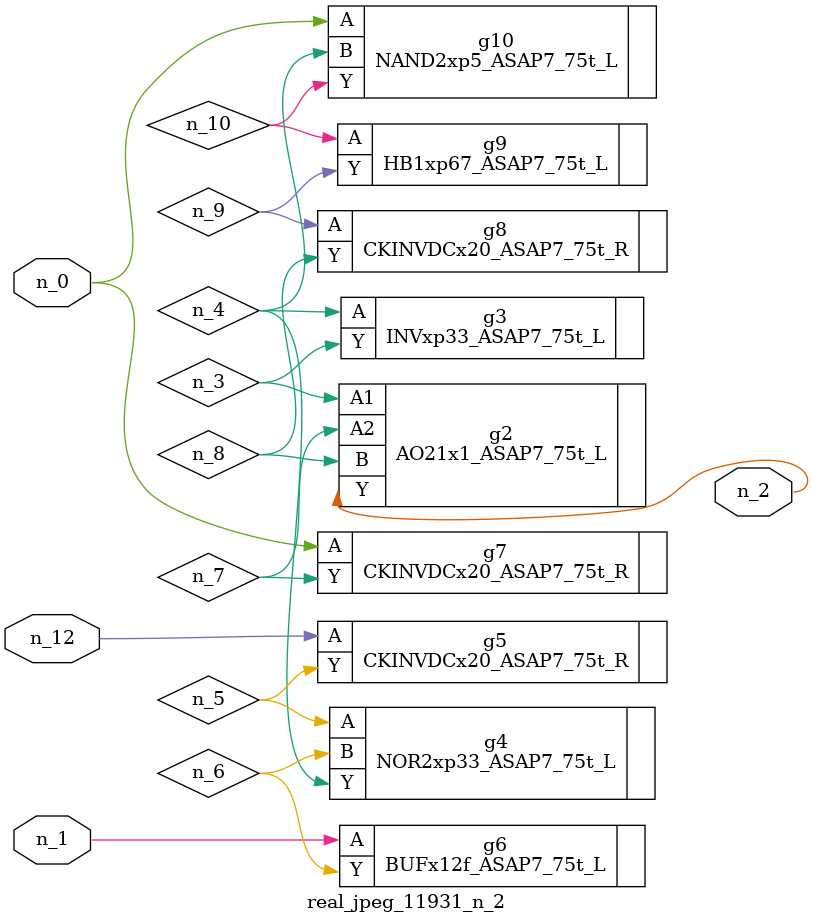
<source format=v>
module real_jpeg_11931_n_2 (n_12, n_1, n_0, n_2);

input n_12;
input n_1;
input n_0;

output n_2;

wire n_5;
wire n_4;
wire n_8;
wire n_6;
wire n_7;
wire n_3;
wire n_10;
wire n_9;

CKINVDCx20_ASAP7_75t_R g7 ( 
.A(n_0),
.Y(n_7)
);

NAND2xp5_ASAP7_75t_L g10 ( 
.A(n_0),
.B(n_4),
.Y(n_10)
);

BUFx12f_ASAP7_75t_L g6 ( 
.A(n_1),
.Y(n_6)
);

AO21x1_ASAP7_75t_L g2 ( 
.A1(n_3),
.A2(n_7),
.B(n_8),
.Y(n_2)
);

INVxp33_ASAP7_75t_L g3 ( 
.A(n_4),
.Y(n_3)
);

NOR2xp33_ASAP7_75t_L g4 ( 
.A(n_5),
.B(n_6),
.Y(n_4)
);

CKINVDCx20_ASAP7_75t_R g8 ( 
.A(n_9),
.Y(n_8)
);

HB1xp67_ASAP7_75t_L g9 ( 
.A(n_10),
.Y(n_9)
);

CKINVDCx20_ASAP7_75t_R g5 ( 
.A(n_12),
.Y(n_5)
);


endmodule
</source>
